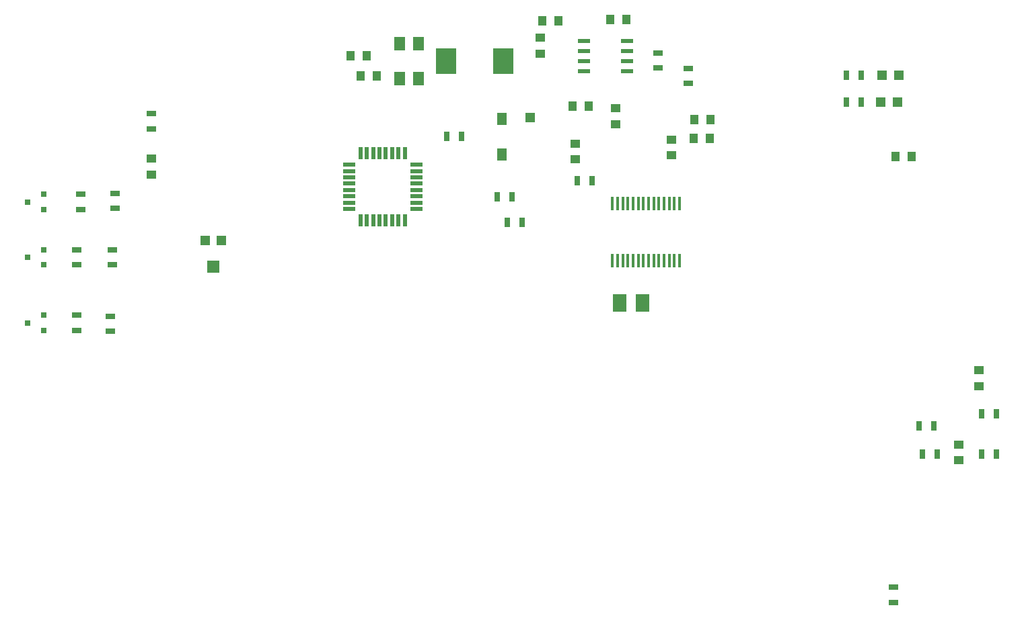
<source format=gtp>
G04 #@! TF.FileFunction,Paste,Top*
%FSLAX46Y46*%
G04 Gerber Fmt 4.6, Leading zero omitted, Abs format (unit mm)*
G04 Created by KiCad (PCBNEW 4.0.1-stable) date Tuesday, March 29, 2016 'AMt' 01:29:57 AM*
%MOMM*%
G01*
G04 APERTURE LIST*
%ADD10C,0.100000*%
%ADD11R,1.250000X1.000000*%
%ADD12R,1.000000X1.250000*%
%ADD13R,1.198880X1.198880*%
%ADD14R,2.600000X3.200000*%
%ADD15R,0.550000X1.600000*%
%ADD16R,1.600000X0.550000*%
%ADD17R,0.800100X0.800100*%
%ADD18R,0.700000X1.300000*%
%ADD19R,1.300000X0.700000*%
%ADD20R,0.450000X1.750000*%
%ADD21R,1.550000X0.600000*%
%ADD22R,1.399540X1.800860*%
%ADD23R,1.800000X2.230000*%
%ADD24R,1.200000X1.200000*%
%ADD25R,1.600000X1.500000*%
%ADD26R,1.300000X1.500000*%
%ADD27R,1.300000X1.300000*%
G04 APERTURE END LIST*
D10*
D11*
X102235000Y-72120000D03*
X102235000Y-70120000D03*
D12*
X172577000Y-65151000D03*
X170577000Y-65151000D03*
X159972500Y-52578000D03*
X161972500Y-52578000D03*
X172450000Y-67564000D03*
X170450000Y-67564000D03*
D11*
X160655000Y-65770000D03*
X160655000Y-63770000D03*
X155575000Y-68215000D03*
X155575000Y-70215000D03*
D12*
X153400000Y-52705000D03*
X151400000Y-52705000D03*
X155210000Y-63500000D03*
X157210000Y-63500000D03*
X129270000Y-57150000D03*
X127270000Y-57150000D03*
X130540000Y-59690000D03*
X128540000Y-59690000D03*
D11*
X203835000Y-106124500D03*
X203835000Y-108124500D03*
X206375000Y-98790000D03*
X206375000Y-96790000D03*
D13*
X194022980Y-62992000D03*
X196121020Y-62992000D03*
X194149980Y-59563000D03*
X196248020Y-59563000D03*
D14*
X139275000Y-57785000D03*
X146475000Y-57785000D03*
D15*
X134118000Y-69410000D03*
X133318000Y-69410000D03*
X132518000Y-69410000D03*
X131718000Y-69410000D03*
X130918000Y-69410000D03*
X130118000Y-69410000D03*
X129318000Y-69410000D03*
X128518000Y-69410000D03*
D16*
X127068000Y-70860000D03*
X127068000Y-71660000D03*
X127068000Y-72460000D03*
X127068000Y-73260000D03*
X127068000Y-74060000D03*
X127068000Y-74860000D03*
X127068000Y-75660000D03*
X127068000Y-76460000D03*
D15*
X128518000Y-77910000D03*
X129318000Y-77910000D03*
X130118000Y-77910000D03*
X130918000Y-77910000D03*
X131718000Y-77910000D03*
X132518000Y-77910000D03*
X133318000Y-77910000D03*
X134118000Y-77910000D03*
D16*
X135568000Y-76460000D03*
X135568000Y-75660000D03*
X135568000Y-74860000D03*
X135568000Y-74060000D03*
X135568000Y-73260000D03*
X135568000Y-72460000D03*
X135568000Y-71660000D03*
X135568000Y-70860000D03*
D12*
X195850000Y-69850000D03*
X197850000Y-69850000D03*
D11*
X151130000Y-54880000D03*
X151130000Y-56880000D03*
D17*
X88630760Y-91755000D03*
X88630760Y-89855000D03*
X86631780Y-90805000D03*
X88630760Y-76515000D03*
X88630760Y-74615000D03*
X86631780Y-75565000D03*
X88630760Y-83500000D03*
X88630760Y-81600000D03*
X86631780Y-82550000D03*
D18*
X191577000Y-62992000D03*
X189677000Y-62992000D03*
X191577000Y-59563000D03*
X189677000Y-59563000D03*
X155768000Y-72898000D03*
X157668000Y-72898000D03*
D19*
X165989000Y-58671500D03*
X165989000Y-56771500D03*
X169799000Y-60640000D03*
X169799000Y-58740000D03*
D18*
X139385000Y-67310000D03*
X141285000Y-67310000D03*
X148905000Y-78105000D03*
X147005000Y-78105000D03*
X147635000Y-74930000D03*
X145735000Y-74930000D03*
D19*
X102235000Y-66355000D03*
X102235000Y-64455000D03*
D18*
X198821000Y-103759000D03*
X200721000Y-103759000D03*
X201102000Y-107315000D03*
X199202000Y-107315000D03*
X206695000Y-107315000D03*
X208595000Y-107315000D03*
D19*
X97663000Y-74488000D03*
X97663000Y-76388000D03*
X97028000Y-91882000D03*
X97028000Y-89982000D03*
X97282000Y-81600000D03*
X97282000Y-83500000D03*
D18*
X206695000Y-102235000D03*
X208595000Y-102235000D03*
D19*
X92837000Y-89855000D03*
X92837000Y-91755000D03*
X93345000Y-76515000D03*
X93345000Y-74615000D03*
X92837000Y-83500000D03*
X92837000Y-81600000D03*
D20*
X160240000Y-82975000D03*
X160890000Y-82975000D03*
X161540000Y-82975000D03*
X162190000Y-82975000D03*
X162840000Y-82975000D03*
X163490000Y-82975000D03*
X164140000Y-82975000D03*
X164790000Y-82975000D03*
X165440000Y-82975000D03*
X166090000Y-82975000D03*
X166740000Y-82975000D03*
X167390000Y-82975000D03*
X168040000Y-82975000D03*
X168690000Y-82975000D03*
X168690000Y-75775000D03*
X168040000Y-75775000D03*
X167390000Y-75775000D03*
X166740000Y-75775000D03*
X166090000Y-75775000D03*
X165440000Y-75775000D03*
X164790000Y-75775000D03*
X164140000Y-75775000D03*
X163490000Y-75775000D03*
X162840000Y-75775000D03*
X162190000Y-75775000D03*
X161540000Y-75775000D03*
X160890000Y-75775000D03*
X160240000Y-75775000D03*
D21*
X156685000Y-55245000D03*
X156685000Y-56515000D03*
X156685000Y-57785000D03*
X156685000Y-59055000D03*
X162085000Y-59055000D03*
X162085000Y-57785000D03*
X162085000Y-56515000D03*
X162085000Y-55245000D03*
D22*
X135818880Y-59984640D03*
X135818880Y-55585360D03*
X133421120Y-55585360D03*
X133421120Y-59984640D03*
D23*
X164020000Y-88265000D03*
X161100000Y-88265000D03*
D11*
X167640000Y-69707000D03*
X167640000Y-67707000D03*
D24*
X110982000Y-80442000D03*
X108982000Y-80442000D03*
D25*
X109982000Y-83692000D03*
D19*
X195580000Y-126045000D03*
X195580000Y-124145000D03*
D26*
X146355000Y-65060000D03*
X146355000Y-69560000D03*
D27*
X149855000Y-64960000D03*
M02*

</source>
